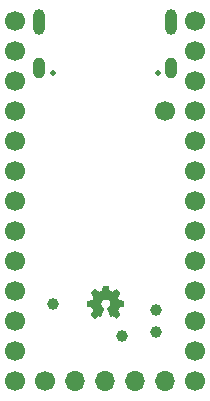
<source format=gbr>
%TF.GenerationSoftware,KiCad,Pcbnew,6.0.3-a3aad9c10e~116~ubuntu20.04.1*%
%TF.CreationDate,2022-03-24T21:59:22+11:00*%
%TF.ProjectId,sea-picro,7365612d-7069-4637-926f-2e6b69636164,0.2*%
%TF.SameCoordinates,Original*%
%TF.FileFunction,Soldermask,Bot*%
%TF.FilePolarity,Negative*%
%FSLAX46Y46*%
G04 Gerber Fmt 4.6, Leading zero omitted, Abs format (unit mm)*
G04 Created by KiCad (PCBNEW 6.0.3-a3aad9c10e~116~ubuntu20.04.1) date 2022-03-24 21:59:22*
%MOMM*%
%LPD*%
G01*
G04 APERTURE LIST*
%ADD10C,0.010000*%
%ADD11C,1.700000*%
%ADD12C,0.500000*%
%ADD13O,1.000000X2.200000*%
%ADD14O,1.000000X1.800000*%
%ADD15O,1.700000X1.700000*%
%ADD16C,1.000000*%
G04 APERTURE END LIST*
%TO.C,LOGO1*%
G36*
X126236630Y-98413250D02*
G01*
X126281361Y-98413376D01*
X126317468Y-98413657D01*
X126345841Y-98414121D01*
X126367367Y-98414801D01*
X126382937Y-98415727D01*
X126393437Y-98416928D01*
X126399758Y-98418437D01*
X126402788Y-98420283D01*
X126402950Y-98420524D01*
X126405367Y-98428012D01*
X126409324Y-98444228D01*
X126414580Y-98468028D01*
X126420896Y-98498266D01*
X126428032Y-98533799D01*
X126435748Y-98573481D01*
X126443805Y-98616168D01*
X126444622Y-98620558D01*
X126452580Y-98663135D01*
X126460042Y-98702714D01*
X126466784Y-98738129D01*
X126472580Y-98768215D01*
X126477207Y-98791805D01*
X126480440Y-98807736D01*
X126482055Y-98814840D01*
X126482872Y-98817193D01*
X126484764Y-98820708D01*
X126488214Y-98824266D01*
X126494205Y-98828340D01*
X126503719Y-98833403D01*
X126517736Y-98839926D01*
X126537240Y-98848382D01*
X126563212Y-98859243D01*
X126596634Y-98872981D01*
X126638488Y-98890068D01*
X126662123Y-98899677D01*
X126695627Y-98913124D01*
X126721529Y-98923187D01*
X126740932Y-98930234D01*
X126754941Y-98934631D01*
X126764661Y-98936744D01*
X126771195Y-98936941D01*
X126775648Y-98935587D01*
X126775904Y-98935446D01*
X126783185Y-98930841D01*
X126797752Y-98921211D01*
X126818605Y-98907230D01*
X126844747Y-98889573D01*
X126875178Y-98868914D01*
X126908900Y-98845928D01*
X126944914Y-98821289D01*
X126948795Y-98818631D01*
X126984474Y-98794382D01*
X127017700Y-98772122D01*
X127047492Y-98752487D01*
X127072867Y-98736110D01*
X127092844Y-98723627D01*
X127106440Y-98715672D01*
X127112675Y-98712880D01*
X127116826Y-98715105D01*
X127127977Y-98724081D01*
X127145194Y-98739461D01*
X127167932Y-98760731D01*
X127195644Y-98787378D01*
X127227782Y-98818889D01*
X127263801Y-98854749D01*
X127271036Y-98862005D01*
X127306992Y-98898226D01*
X127336292Y-98928078D01*
X127359479Y-98952154D01*
X127377095Y-98971048D01*
X127389683Y-98985355D01*
X127397786Y-98995668D01*
X127401946Y-99002579D01*
X127402707Y-99006684D01*
X127402566Y-99007090D01*
X127398417Y-99014516D01*
X127389222Y-99029175D01*
X127375629Y-99050088D01*
X127358287Y-99076274D01*
X127337845Y-99106750D01*
X127314952Y-99140538D01*
X127290258Y-99176655D01*
X127286389Y-99182293D01*
X127262061Y-99217976D01*
X127239746Y-99251089D01*
X127220076Y-99280667D01*
X127203681Y-99305749D01*
X127191189Y-99325372D01*
X127183233Y-99338575D01*
X127180440Y-99344394D01*
X127182031Y-99350165D01*
X127187197Y-99364123D01*
X127195341Y-99384611D01*
X127205839Y-99410185D01*
X127218069Y-99439397D01*
X127231409Y-99470802D01*
X127245237Y-99502954D01*
X127258930Y-99534406D01*
X127271866Y-99563713D01*
X127283423Y-99589428D01*
X127292978Y-99610106D01*
X127299910Y-99624301D01*
X127303595Y-99630566D01*
X127303677Y-99630637D01*
X127310424Y-99633026D01*
X127325970Y-99636937D01*
X127349164Y-99642126D01*
X127378855Y-99648352D01*
X127413892Y-99655374D01*
X127453124Y-99662950D01*
X127495400Y-99670838D01*
X127496514Y-99671042D01*
X127538991Y-99678971D01*
X127578616Y-99686617D01*
X127614198Y-99693732D01*
X127644545Y-99700066D01*
X127668464Y-99705372D01*
X127684763Y-99709400D01*
X127692250Y-99711902D01*
X127703680Y-99718954D01*
X127703680Y-99918875D01*
X127703664Y-99948724D01*
X127703535Y-99995541D01*
X127703254Y-100033536D01*
X127702793Y-100063571D01*
X127702123Y-100086509D01*
X127701215Y-100103211D01*
X127700039Y-100114541D01*
X127698567Y-100121360D01*
X127696769Y-100124531D01*
X127691002Y-100126560D01*
X127676249Y-100130232D01*
X127653770Y-100135217D01*
X127624739Y-100141273D01*
X127590331Y-100148154D01*
X127551719Y-100155616D01*
X127510079Y-100163414D01*
X127471438Y-100170597D01*
X127432191Y-100178018D01*
X127396909Y-100184819D01*
X127366798Y-100190762D01*
X127343064Y-100195609D01*
X127326915Y-100199121D01*
X127319556Y-100201059D01*
X127315606Y-100204485D01*
X127310167Y-100212734D01*
X127302994Y-100226551D01*
X127293724Y-100246727D01*
X127281995Y-100274051D01*
X127267443Y-100309314D01*
X127249706Y-100353307D01*
X127242700Y-100370874D01*
X127228688Y-100406333D01*
X127216198Y-100438385D01*
X127205686Y-100465826D01*
X127197610Y-100487455D01*
X127192429Y-100502070D01*
X127190600Y-100508469D01*
X127192819Y-100513237D01*
X127200215Y-100525605D01*
X127212169Y-100544428D01*
X127228027Y-100568706D01*
X127247135Y-100597438D01*
X127268839Y-100629625D01*
X127292485Y-100664266D01*
X127295031Y-100667973D01*
X127323004Y-100708721D01*
X127345788Y-100741980D01*
X127363895Y-100768575D01*
X127377835Y-100789330D01*
X127388121Y-100805072D01*
X127395263Y-100816624D01*
X127399774Y-100824812D01*
X127402165Y-100830460D01*
X127402948Y-100834393D01*
X127402633Y-100837436D01*
X127401734Y-100840413D01*
X127401499Y-100840896D01*
X127396153Y-100847552D01*
X127384527Y-100860363D01*
X127367423Y-100878494D01*
X127345643Y-100901112D01*
X127319990Y-100927382D01*
X127291264Y-100956470D01*
X127260269Y-100987541D01*
X127254191Y-100993597D01*
X127223432Y-101024006D01*
X127194852Y-101051880D01*
X127169279Y-101076437D01*
X127147540Y-101096897D01*
X127130465Y-101112478D01*
X127118879Y-101122399D01*
X127113613Y-101125880D01*
X127111286Y-101125480D01*
X127106181Y-101123388D01*
X127098261Y-101119097D01*
X127086837Y-101112155D01*
X127071219Y-101102109D01*
X127050719Y-101088506D01*
X127024648Y-101070892D01*
X126992318Y-101048815D01*
X126953038Y-101021822D01*
X126906120Y-100989461D01*
X126888759Y-100977551D01*
X126861494Y-100959184D01*
X126837291Y-100943286D01*
X126817462Y-100930700D01*
X126803320Y-100922269D01*
X126796178Y-100918837D01*
X126788125Y-100920007D01*
X126771684Y-100926189D01*
X126748166Y-100937192D01*
X126718358Y-100952672D01*
X126707530Y-100958437D01*
X126684210Y-100970387D01*
X126664255Y-100979995D01*
X126649502Y-100986394D01*
X126641789Y-100988720D01*
X126634980Y-100986716D01*
X126626747Y-100978609D01*
X126625681Y-100976309D01*
X126620898Y-100965249D01*
X126612747Y-100946026D01*
X126601558Y-100919433D01*
X126587666Y-100886268D01*
X126571401Y-100847325D01*
X126553097Y-100803399D01*
X126533086Y-100755286D01*
X126511700Y-100703781D01*
X126489272Y-100649679D01*
X126465834Y-100592901D01*
X126442154Y-100535085D01*
X126421047Y-100483043D01*
X126402713Y-100437287D01*
X126387353Y-100398326D01*
X126375168Y-100366671D01*
X126366359Y-100342833D01*
X126361128Y-100327322D01*
X126359675Y-100320648D01*
X126360128Y-100319264D01*
X126367168Y-100309785D01*
X126378861Y-100300883D01*
X126381486Y-100299354D01*
X126402977Y-100285368D01*
X126428252Y-100267052D01*
X126454238Y-100246791D01*
X126477860Y-100226971D01*
X126496045Y-100209975D01*
X126536584Y-100161687D01*
X126569312Y-100107510D01*
X126593008Y-100049065D01*
X126607414Y-99986989D01*
X126612273Y-99921920D01*
X126610140Y-99873443D01*
X126602766Y-99827726D01*
X126589244Y-99783357D01*
X126568671Y-99736500D01*
X126558799Y-99717707D01*
X126523146Y-99663933D01*
X126480031Y-99616763D01*
X126430039Y-99576690D01*
X126373754Y-99544205D01*
X126311760Y-99519802D01*
X126304222Y-99517516D01*
X126288123Y-99513357D01*
X126271907Y-99510578D01*
X126253064Y-99508916D01*
X126229085Y-99508110D01*
X126197460Y-99507900D01*
X126182407Y-99507935D01*
X126154503Y-99508373D01*
X126133146Y-99509519D01*
X126115835Y-99511632D01*
X126100067Y-99514974D01*
X126083340Y-99519807D01*
X126054646Y-99529755D01*
X125995192Y-99557422D01*
X125941983Y-99592833D01*
X125894336Y-99636411D01*
X125891273Y-99639692D01*
X125851441Y-99689891D01*
X125820244Y-99744342D01*
X125797837Y-99802019D01*
X125784377Y-99861898D01*
X125780021Y-99922953D01*
X125784924Y-99984158D01*
X125799244Y-100044488D01*
X125823137Y-100102918D01*
X125833806Y-100123247D01*
X125855568Y-100158997D01*
X125879797Y-100190682D01*
X125908247Y-100220231D01*
X125942673Y-100249570D01*
X125984827Y-100280629D01*
X126000766Y-100292102D01*
X126017277Y-100304827D01*
X126029051Y-100314897D01*
X126034240Y-100320809D01*
X126033636Y-100324031D01*
X126029648Y-100336060D01*
X126022264Y-100356143D01*
X126011788Y-100383510D01*
X125998527Y-100417386D01*
X125982787Y-100456998D01*
X125964872Y-100501575D01*
X125945089Y-100550342D01*
X125923743Y-100602528D01*
X125901140Y-100657359D01*
X125896546Y-100668459D01*
X125870380Y-100731582D01*
X125847728Y-100786012D01*
X125828316Y-100832365D01*
X125811871Y-100871257D01*
X125798116Y-100903305D01*
X125786780Y-100929125D01*
X125777586Y-100949334D01*
X125770262Y-100964547D01*
X125764533Y-100975381D01*
X125760126Y-100982452D01*
X125756765Y-100986377D01*
X125754177Y-100987771D01*
X125752544Y-100987744D01*
X125741828Y-100984622D01*
X125724486Y-100977375D01*
X125702200Y-100966747D01*
X125676650Y-100953481D01*
X125666009Y-100947810D01*
X125642843Y-100935890D01*
X125623106Y-100926305D01*
X125608614Y-100919920D01*
X125601188Y-100917600D01*
X125595473Y-100920183D01*
X125582304Y-100927942D01*
X125562753Y-100940232D01*
X125537821Y-100956405D01*
X125508507Y-100975813D01*
X125475808Y-100997807D01*
X125440726Y-101021740D01*
X125406902Y-101044834D01*
X125374186Y-101066900D01*
X125344853Y-101086406D01*
X125319898Y-101102705D01*
X125300310Y-101115148D01*
X125287083Y-101123089D01*
X125281208Y-101125880D01*
X125280906Y-101125834D01*
X125274529Y-101121554D01*
X125262190Y-101110985D01*
X125244838Y-101095081D01*
X125223422Y-101074792D01*
X125198891Y-101051071D01*
X125172193Y-101024870D01*
X125144277Y-100997142D01*
X125116092Y-100968838D01*
X125088586Y-100940912D01*
X125062710Y-100914314D01*
X125039410Y-100889997D01*
X125019637Y-100868914D01*
X125004338Y-100852017D01*
X124994463Y-100840258D01*
X124990960Y-100834588D01*
X124993617Y-100828568D01*
X125001442Y-100815130D01*
X125013791Y-100795331D01*
X125030018Y-100770174D01*
X125049474Y-100740662D01*
X125071513Y-100707797D01*
X125095488Y-100672582D01*
X125119052Y-100638151D01*
X125141303Y-100605498D01*
X125161094Y-100576312D01*
X125177764Y-100551573D01*
X125190652Y-100532262D01*
X125199099Y-100519358D01*
X125202444Y-100513842D01*
X125202380Y-100511987D01*
X125199592Y-100501771D01*
X125193631Y-100484233D01*
X125185054Y-100460763D01*
X125174420Y-100432747D01*
X125162288Y-100401575D01*
X125149215Y-100368634D01*
X125135760Y-100335313D01*
X125122481Y-100303000D01*
X125109937Y-100273082D01*
X125098686Y-100246948D01*
X125089286Y-100225987D01*
X125082296Y-100211585D01*
X125078274Y-100205133D01*
X125074751Y-100203525D01*
X125061646Y-100199758D01*
X125040063Y-100194611D01*
X125010938Y-100188286D01*
X124975202Y-100180981D01*
X124933790Y-100172897D01*
X124887635Y-100164236D01*
X124846530Y-100156543D01*
X124807550Y-100149013D01*
X124772729Y-100142050D01*
X124743235Y-100135898D01*
X124720237Y-100130799D01*
X124704905Y-100126999D01*
X124698405Y-100124741D01*
X124696954Y-100122699D01*
X124695361Y-100117303D01*
X124694084Y-100107996D01*
X124693092Y-100093884D01*
X124692353Y-100074077D01*
X124691838Y-100047680D01*
X124691514Y-100013801D01*
X124691351Y-99971548D01*
X124691318Y-99920027D01*
X124691329Y-99909159D01*
X124691497Y-99865663D01*
X124691849Y-99825514D01*
X124692362Y-99789847D01*
X124693011Y-99759798D01*
X124693775Y-99736503D01*
X124694628Y-99721096D01*
X124695549Y-99714714D01*
X124698415Y-99713184D01*
X124710603Y-99709544D01*
X124731582Y-99704463D01*
X124760610Y-99698102D01*
X124796947Y-99690621D01*
X124839854Y-99682180D01*
X124888591Y-99672940D01*
X124893243Y-99672071D01*
X124935764Y-99664044D01*
X124975233Y-99656439D01*
X125010492Y-99649491D01*
X125040384Y-99643434D01*
X125063752Y-99638502D01*
X125079440Y-99634928D01*
X125086290Y-99632948D01*
X125086757Y-99632592D01*
X125091654Y-99625265D01*
X125099825Y-99609772D01*
X125110769Y-99587168D01*
X125123989Y-99558510D01*
X125138982Y-99524852D01*
X125155251Y-99487252D01*
X125163610Y-99467619D01*
X125179509Y-99429867D01*
X125191759Y-99400007D01*
X125200708Y-99377084D01*
X125206701Y-99360143D01*
X125210088Y-99348231D01*
X125211216Y-99340391D01*
X125210432Y-99335670D01*
X125210374Y-99335550D01*
X125206193Y-99328692D01*
X125196940Y-99314521D01*
X125183292Y-99294038D01*
X125165920Y-99268244D01*
X125145501Y-99238139D01*
X125122706Y-99204726D01*
X125098212Y-99169005D01*
X125096659Y-99166745D01*
X125072453Y-99131269D01*
X125050217Y-99098226D01*
X125030590Y-99068598D01*
X125014211Y-99043372D01*
X125001721Y-99023530D01*
X124993757Y-99010058D01*
X124990960Y-99003938D01*
X124991001Y-99003651D01*
X124995226Y-98997246D01*
X125005739Y-98984864D01*
X125021588Y-98967458D01*
X125041822Y-98945978D01*
X125065492Y-98921376D01*
X125091645Y-98894603D01*
X125119331Y-98866609D01*
X125147600Y-98838347D01*
X125175500Y-98810767D01*
X125202081Y-98784820D01*
X125226391Y-98761458D01*
X125247480Y-98741632D01*
X125264398Y-98726292D01*
X125276193Y-98716391D01*
X125281914Y-98712879D01*
X125282599Y-98713028D01*
X125290444Y-98717059D01*
X125305451Y-98726126D01*
X125326661Y-98739606D01*
X125353114Y-98756874D01*
X125383852Y-98777306D01*
X125417915Y-98800277D01*
X125454344Y-98825162D01*
X125463014Y-98831119D01*
X125498820Y-98855669D01*
X125531886Y-98878260D01*
X125561276Y-98898257D01*
X125586052Y-98915025D01*
X125605276Y-98927928D01*
X125618012Y-98936333D01*
X125623322Y-98939605D01*
X125623329Y-98939607D01*
X125629206Y-98938242D01*
X125643001Y-98933508D01*
X125663279Y-98925983D01*
X125688608Y-98916248D01*
X125717553Y-98904882D01*
X125748680Y-98892466D01*
X125780554Y-98879578D01*
X125811742Y-98866800D01*
X125840810Y-98854710D01*
X125866324Y-98843889D01*
X125886849Y-98834916D01*
X125900952Y-98828371D01*
X125907198Y-98824834D01*
X125907628Y-98824000D01*
X125910103Y-98815177D01*
X125914102Y-98797798D01*
X125919401Y-98772957D01*
X125925775Y-98741748D01*
X125932999Y-98705265D01*
X125940849Y-98664601D01*
X125949099Y-98620850D01*
X125956953Y-98579237D01*
X125965821Y-98533644D01*
X125973732Y-98494573D01*
X125980534Y-98462721D01*
X125986078Y-98438787D01*
X125990213Y-98423471D01*
X125992790Y-98417471D01*
X125993443Y-98417244D01*
X126002107Y-98416337D01*
X126019522Y-98415502D01*
X126044552Y-98414763D01*
X126076061Y-98414144D01*
X126112914Y-98413668D01*
X126153975Y-98413358D01*
X126198108Y-98413237D01*
X126236630Y-98413250D01*
G37*
D10*
X126236630Y-98413250D02*
X126281361Y-98413376D01*
X126317468Y-98413657D01*
X126345841Y-98414121D01*
X126367367Y-98414801D01*
X126382937Y-98415727D01*
X126393437Y-98416928D01*
X126399758Y-98418437D01*
X126402788Y-98420283D01*
X126402950Y-98420524D01*
X126405367Y-98428012D01*
X126409324Y-98444228D01*
X126414580Y-98468028D01*
X126420896Y-98498266D01*
X126428032Y-98533799D01*
X126435748Y-98573481D01*
X126443805Y-98616168D01*
X126444622Y-98620558D01*
X126452580Y-98663135D01*
X126460042Y-98702714D01*
X126466784Y-98738129D01*
X126472580Y-98768215D01*
X126477207Y-98791805D01*
X126480440Y-98807736D01*
X126482055Y-98814840D01*
X126482872Y-98817193D01*
X126484764Y-98820708D01*
X126488214Y-98824266D01*
X126494205Y-98828340D01*
X126503719Y-98833403D01*
X126517736Y-98839926D01*
X126537240Y-98848382D01*
X126563212Y-98859243D01*
X126596634Y-98872981D01*
X126638488Y-98890068D01*
X126662123Y-98899677D01*
X126695627Y-98913124D01*
X126721529Y-98923187D01*
X126740932Y-98930234D01*
X126754941Y-98934631D01*
X126764661Y-98936744D01*
X126771195Y-98936941D01*
X126775648Y-98935587D01*
X126775904Y-98935446D01*
X126783185Y-98930841D01*
X126797752Y-98921211D01*
X126818605Y-98907230D01*
X126844747Y-98889573D01*
X126875178Y-98868914D01*
X126908900Y-98845928D01*
X126944914Y-98821289D01*
X126948795Y-98818631D01*
X126984474Y-98794382D01*
X127017700Y-98772122D01*
X127047492Y-98752487D01*
X127072867Y-98736110D01*
X127092844Y-98723627D01*
X127106440Y-98715672D01*
X127112675Y-98712880D01*
X127116826Y-98715105D01*
X127127977Y-98724081D01*
X127145194Y-98739461D01*
X127167932Y-98760731D01*
X127195644Y-98787378D01*
X127227782Y-98818889D01*
X127263801Y-98854749D01*
X127271036Y-98862005D01*
X127306992Y-98898226D01*
X127336292Y-98928078D01*
X127359479Y-98952154D01*
X127377095Y-98971048D01*
X127389683Y-98985355D01*
X127397786Y-98995668D01*
X127401946Y-99002579D01*
X127402707Y-99006684D01*
X127402566Y-99007090D01*
X127398417Y-99014516D01*
X127389222Y-99029175D01*
X127375629Y-99050088D01*
X127358287Y-99076274D01*
X127337845Y-99106750D01*
X127314952Y-99140538D01*
X127290258Y-99176655D01*
X127286389Y-99182293D01*
X127262061Y-99217976D01*
X127239746Y-99251089D01*
X127220076Y-99280667D01*
X127203681Y-99305749D01*
X127191189Y-99325372D01*
X127183233Y-99338575D01*
X127180440Y-99344394D01*
X127182031Y-99350165D01*
X127187197Y-99364123D01*
X127195341Y-99384611D01*
X127205839Y-99410185D01*
X127218069Y-99439397D01*
X127231409Y-99470802D01*
X127245237Y-99502954D01*
X127258930Y-99534406D01*
X127271866Y-99563713D01*
X127283423Y-99589428D01*
X127292978Y-99610106D01*
X127299910Y-99624301D01*
X127303595Y-99630566D01*
X127303677Y-99630637D01*
X127310424Y-99633026D01*
X127325970Y-99636937D01*
X127349164Y-99642126D01*
X127378855Y-99648352D01*
X127413892Y-99655374D01*
X127453124Y-99662950D01*
X127495400Y-99670838D01*
X127496514Y-99671042D01*
X127538991Y-99678971D01*
X127578616Y-99686617D01*
X127614198Y-99693732D01*
X127644545Y-99700066D01*
X127668464Y-99705372D01*
X127684763Y-99709400D01*
X127692250Y-99711902D01*
X127703680Y-99718954D01*
X127703680Y-99918875D01*
X127703664Y-99948724D01*
X127703535Y-99995541D01*
X127703254Y-100033536D01*
X127702793Y-100063571D01*
X127702123Y-100086509D01*
X127701215Y-100103211D01*
X127700039Y-100114541D01*
X127698567Y-100121360D01*
X127696769Y-100124531D01*
X127691002Y-100126560D01*
X127676249Y-100130232D01*
X127653770Y-100135217D01*
X127624739Y-100141273D01*
X127590331Y-100148154D01*
X127551719Y-100155616D01*
X127510079Y-100163414D01*
X127471438Y-100170597D01*
X127432191Y-100178018D01*
X127396909Y-100184819D01*
X127366798Y-100190762D01*
X127343064Y-100195609D01*
X127326915Y-100199121D01*
X127319556Y-100201059D01*
X127315606Y-100204485D01*
X127310167Y-100212734D01*
X127302994Y-100226551D01*
X127293724Y-100246727D01*
X127281995Y-100274051D01*
X127267443Y-100309314D01*
X127249706Y-100353307D01*
X127242700Y-100370874D01*
X127228688Y-100406333D01*
X127216198Y-100438385D01*
X127205686Y-100465826D01*
X127197610Y-100487455D01*
X127192429Y-100502070D01*
X127190600Y-100508469D01*
X127192819Y-100513237D01*
X127200215Y-100525605D01*
X127212169Y-100544428D01*
X127228027Y-100568706D01*
X127247135Y-100597438D01*
X127268839Y-100629625D01*
X127292485Y-100664266D01*
X127295031Y-100667973D01*
X127323004Y-100708721D01*
X127345788Y-100741980D01*
X127363895Y-100768575D01*
X127377835Y-100789330D01*
X127388121Y-100805072D01*
X127395263Y-100816624D01*
X127399774Y-100824812D01*
X127402165Y-100830460D01*
X127402948Y-100834393D01*
X127402633Y-100837436D01*
X127401734Y-100840413D01*
X127401499Y-100840896D01*
X127396153Y-100847552D01*
X127384527Y-100860363D01*
X127367423Y-100878494D01*
X127345643Y-100901112D01*
X127319990Y-100927382D01*
X127291264Y-100956470D01*
X127260269Y-100987541D01*
X127254191Y-100993597D01*
X127223432Y-101024006D01*
X127194852Y-101051880D01*
X127169279Y-101076437D01*
X127147540Y-101096897D01*
X127130465Y-101112478D01*
X127118879Y-101122399D01*
X127113613Y-101125880D01*
X127111286Y-101125480D01*
X127106181Y-101123388D01*
X127098261Y-101119097D01*
X127086837Y-101112155D01*
X127071219Y-101102109D01*
X127050719Y-101088506D01*
X127024648Y-101070892D01*
X126992318Y-101048815D01*
X126953038Y-101021822D01*
X126906120Y-100989461D01*
X126888759Y-100977551D01*
X126861494Y-100959184D01*
X126837291Y-100943286D01*
X126817462Y-100930700D01*
X126803320Y-100922269D01*
X126796178Y-100918837D01*
X126788125Y-100920007D01*
X126771684Y-100926189D01*
X126748166Y-100937192D01*
X126718358Y-100952672D01*
X126707530Y-100958437D01*
X126684210Y-100970387D01*
X126664255Y-100979995D01*
X126649502Y-100986394D01*
X126641789Y-100988720D01*
X126634980Y-100986716D01*
X126626747Y-100978609D01*
X126625681Y-100976309D01*
X126620898Y-100965249D01*
X126612747Y-100946026D01*
X126601558Y-100919433D01*
X126587666Y-100886268D01*
X126571401Y-100847325D01*
X126553097Y-100803399D01*
X126533086Y-100755286D01*
X126511700Y-100703781D01*
X126489272Y-100649679D01*
X126465834Y-100592901D01*
X126442154Y-100535085D01*
X126421047Y-100483043D01*
X126402713Y-100437287D01*
X126387353Y-100398326D01*
X126375168Y-100366671D01*
X126366359Y-100342833D01*
X126361128Y-100327322D01*
X126359675Y-100320648D01*
X126360128Y-100319264D01*
X126367168Y-100309785D01*
X126378861Y-100300883D01*
X126381486Y-100299354D01*
X126402977Y-100285368D01*
X126428252Y-100267052D01*
X126454238Y-100246791D01*
X126477860Y-100226971D01*
X126496045Y-100209975D01*
X126536584Y-100161687D01*
X126569312Y-100107510D01*
X126593008Y-100049065D01*
X126607414Y-99986989D01*
X126612273Y-99921920D01*
X126610140Y-99873443D01*
X126602766Y-99827726D01*
X126589244Y-99783357D01*
X126568671Y-99736500D01*
X126558799Y-99717707D01*
X126523146Y-99663933D01*
X126480031Y-99616763D01*
X126430039Y-99576690D01*
X126373754Y-99544205D01*
X126311760Y-99519802D01*
X126304222Y-99517516D01*
X126288123Y-99513357D01*
X126271907Y-99510578D01*
X126253064Y-99508916D01*
X126229085Y-99508110D01*
X126197460Y-99507900D01*
X126182407Y-99507935D01*
X126154503Y-99508373D01*
X126133146Y-99509519D01*
X126115835Y-99511632D01*
X126100067Y-99514974D01*
X126083340Y-99519807D01*
X126054646Y-99529755D01*
X125995192Y-99557422D01*
X125941983Y-99592833D01*
X125894336Y-99636411D01*
X125891273Y-99639692D01*
X125851441Y-99689891D01*
X125820244Y-99744342D01*
X125797837Y-99802019D01*
X125784377Y-99861898D01*
X125780021Y-99922953D01*
X125784924Y-99984158D01*
X125799244Y-100044488D01*
X125823137Y-100102918D01*
X125833806Y-100123247D01*
X125855568Y-100158997D01*
X125879797Y-100190682D01*
X125908247Y-100220231D01*
X125942673Y-100249570D01*
X125984827Y-100280629D01*
X126000766Y-100292102D01*
X126017277Y-100304827D01*
X126029051Y-100314897D01*
X126034240Y-100320809D01*
X126033636Y-100324031D01*
X126029648Y-100336060D01*
X126022264Y-100356143D01*
X126011788Y-100383510D01*
X125998527Y-100417386D01*
X125982787Y-100456998D01*
X125964872Y-100501575D01*
X125945089Y-100550342D01*
X125923743Y-100602528D01*
X125901140Y-100657359D01*
X125896546Y-100668459D01*
X125870380Y-100731582D01*
X125847728Y-100786012D01*
X125828316Y-100832365D01*
X125811871Y-100871257D01*
X125798116Y-100903305D01*
X125786780Y-100929125D01*
X125777586Y-100949334D01*
X125770262Y-100964547D01*
X125764533Y-100975381D01*
X125760126Y-100982452D01*
X125756765Y-100986377D01*
X125754177Y-100987771D01*
X125752544Y-100987744D01*
X125741828Y-100984622D01*
X125724486Y-100977375D01*
X125702200Y-100966747D01*
X125676650Y-100953481D01*
X125666009Y-100947810D01*
X125642843Y-100935890D01*
X125623106Y-100926305D01*
X125608614Y-100919920D01*
X125601188Y-100917600D01*
X125595473Y-100920183D01*
X125582304Y-100927942D01*
X125562753Y-100940232D01*
X125537821Y-100956405D01*
X125508507Y-100975813D01*
X125475808Y-100997807D01*
X125440726Y-101021740D01*
X125406902Y-101044834D01*
X125374186Y-101066900D01*
X125344853Y-101086406D01*
X125319898Y-101102705D01*
X125300310Y-101115148D01*
X125287083Y-101123089D01*
X125281208Y-101125880D01*
X125280906Y-101125834D01*
X125274529Y-101121554D01*
X125262190Y-101110985D01*
X125244838Y-101095081D01*
X125223422Y-101074792D01*
X125198891Y-101051071D01*
X125172193Y-101024870D01*
X125144277Y-100997142D01*
X125116092Y-100968838D01*
X125088586Y-100940912D01*
X125062710Y-100914314D01*
X125039410Y-100889997D01*
X125019637Y-100868914D01*
X125004338Y-100852017D01*
X124994463Y-100840258D01*
X124990960Y-100834588D01*
X124993617Y-100828568D01*
X125001442Y-100815130D01*
X125013791Y-100795331D01*
X125030018Y-100770174D01*
X125049474Y-100740662D01*
X125071513Y-100707797D01*
X125095488Y-100672582D01*
X125119052Y-100638151D01*
X125141303Y-100605498D01*
X125161094Y-100576312D01*
X125177764Y-100551573D01*
X125190652Y-100532262D01*
X125199099Y-100519358D01*
X125202444Y-100513842D01*
X125202380Y-100511987D01*
X125199592Y-100501771D01*
X125193631Y-100484233D01*
X125185054Y-100460763D01*
X125174420Y-100432747D01*
X125162288Y-100401575D01*
X125149215Y-100368634D01*
X125135760Y-100335313D01*
X125122481Y-100303000D01*
X125109937Y-100273082D01*
X125098686Y-100246948D01*
X125089286Y-100225987D01*
X125082296Y-100211585D01*
X125078274Y-100205133D01*
X125074751Y-100203525D01*
X125061646Y-100199758D01*
X125040063Y-100194611D01*
X125010938Y-100188286D01*
X124975202Y-100180981D01*
X124933790Y-100172897D01*
X124887635Y-100164236D01*
X124846530Y-100156543D01*
X124807550Y-100149013D01*
X124772729Y-100142050D01*
X124743235Y-100135898D01*
X124720237Y-100130799D01*
X124704905Y-100126999D01*
X124698405Y-100124741D01*
X124696954Y-100122699D01*
X124695361Y-100117303D01*
X124694084Y-100107996D01*
X124693092Y-100093884D01*
X124692353Y-100074077D01*
X124691838Y-100047680D01*
X124691514Y-100013801D01*
X124691351Y-99971548D01*
X124691318Y-99920027D01*
X124691329Y-99909159D01*
X124691497Y-99865663D01*
X124691849Y-99825514D01*
X124692362Y-99789847D01*
X124693011Y-99759798D01*
X124693775Y-99736503D01*
X124694628Y-99721096D01*
X124695549Y-99714714D01*
X124698415Y-99713184D01*
X124710603Y-99709544D01*
X124731582Y-99704463D01*
X124760610Y-99698102D01*
X124796947Y-99690621D01*
X124839854Y-99682180D01*
X124888591Y-99672940D01*
X124893243Y-99672071D01*
X124935764Y-99664044D01*
X124975233Y-99656439D01*
X125010492Y-99649491D01*
X125040384Y-99643434D01*
X125063752Y-99638502D01*
X125079440Y-99634928D01*
X125086290Y-99632948D01*
X125086757Y-99632592D01*
X125091654Y-99625265D01*
X125099825Y-99609772D01*
X125110769Y-99587168D01*
X125123989Y-99558510D01*
X125138982Y-99524852D01*
X125155251Y-99487252D01*
X125163610Y-99467619D01*
X125179509Y-99429867D01*
X125191759Y-99400007D01*
X125200708Y-99377084D01*
X125206701Y-99360143D01*
X125210088Y-99348231D01*
X125211216Y-99340391D01*
X125210432Y-99335670D01*
X125210374Y-99335550D01*
X125206193Y-99328692D01*
X125196940Y-99314521D01*
X125183292Y-99294038D01*
X125165920Y-99268244D01*
X125145501Y-99238139D01*
X125122706Y-99204726D01*
X125098212Y-99169005D01*
X125096659Y-99166745D01*
X125072453Y-99131269D01*
X125050217Y-99098226D01*
X125030590Y-99068598D01*
X125014211Y-99043372D01*
X125001721Y-99023530D01*
X124993757Y-99010058D01*
X124990960Y-99003938D01*
X124991001Y-99003651D01*
X124995226Y-98997246D01*
X125005739Y-98984864D01*
X125021588Y-98967458D01*
X125041822Y-98945978D01*
X125065492Y-98921376D01*
X125091645Y-98894603D01*
X125119331Y-98866609D01*
X125147600Y-98838347D01*
X125175500Y-98810767D01*
X125202081Y-98784820D01*
X125226391Y-98761458D01*
X125247480Y-98741632D01*
X125264398Y-98726292D01*
X125276193Y-98716391D01*
X125281914Y-98712879D01*
X125282599Y-98713028D01*
X125290444Y-98717059D01*
X125305451Y-98726126D01*
X125326661Y-98739606D01*
X125353114Y-98756874D01*
X125383852Y-98777306D01*
X125417915Y-98800277D01*
X125454344Y-98825162D01*
X125463014Y-98831119D01*
X125498820Y-98855669D01*
X125531886Y-98878260D01*
X125561276Y-98898257D01*
X125586052Y-98915025D01*
X125605276Y-98927928D01*
X125618012Y-98936333D01*
X125623322Y-98939605D01*
X125623329Y-98939607D01*
X125629206Y-98938242D01*
X125643001Y-98933508D01*
X125663279Y-98925983D01*
X125688608Y-98916248D01*
X125717553Y-98904882D01*
X125748680Y-98892466D01*
X125780554Y-98879578D01*
X125811742Y-98866800D01*
X125840810Y-98854710D01*
X125866324Y-98843889D01*
X125886849Y-98834916D01*
X125900952Y-98828371D01*
X125907198Y-98824834D01*
X125907628Y-98824000D01*
X125910103Y-98815177D01*
X125914102Y-98797798D01*
X125919401Y-98772957D01*
X125925775Y-98741748D01*
X125932999Y-98705265D01*
X125940849Y-98664601D01*
X125949099Y-98620850D01*
X125956953Y-98579237D01*
X125965821Y-98533644D01*
X125973732Y-98494573D01*
X125980534Y-98462721D01*
X125986078Y-98438787D01*
X125990213Y-98423471D01*
X125992790Y-98417471D01*
X125993443Y-98417244D01*
X126002107Y-98416337D01*
X126019522Y-98415502D01*
X126044552Y-98414763D01*
X126076061Y-98414144D01*
X126112914Y-98413668D01*
X126153975Y-98413358D01*
X126198108Y-98413237D01*
X126236630Y-98413250D01*
%TD*%
D11*
%TO.C,J3*%
X133800000Y-78580000D03*
X133800000Y-81120000D03*
X133800000Y-83660000D03*
X133800000Y-86200000D03*
X133800000Y-88740000D03*
X133800000Y-91280000D03*
X133800000Y-93820000D03*
X133800000Y-96360000D03*
X133800000Y-98900000D03*
X133800000Y-101440000D03*
X133800000Y-103980000D03*
X133800000Y-106520000D03*
%TD*%
%TO.C,J2*%
X118560000Y-106520000D03*
X118560000Y-103980000D03*
X118560000Y-101440000D03*
X118560000Y-98900000D03*
X118560000Y-96360000D03*
X118560000Y-93820000D03*
X118560000Y-91280000D03*
X118560000Y-88740000D03*
X118560000Y-86200000D03*
X118560000Y-83660000D03*
X118560000Y-81120000D03*
X118560000Y-78580000D03*
%TD*%
D12*
%TO.C,J1*%
X121775000Y-80400000D03*
X130625000Y-80400000D03*
D13*
X120624700Y-76100000D03*
X131775300Y-76100000D03*
D14*
X120624700Y-80000000D03*
X131775300Y-80000000D03*
%TD*%
D11*
%TO.C,J6*%
X121100000Y-106520000D03*
D15*
X123640000Y-106520000D03*
X126180000Y-106520000D03*
X128720000Y-106520000D03*
X131260000Y-106520000D03*
%TD*%
D11*
%TO.C,J4*%
X118560000Y-76040000D03*
%TD*%
%TO.C,J7*%
X131260000Y-83660000D03*
%TD*%
%TO.C,J5*%
X133800000Y-76040000D03*
%TD*%
D16*
%TO.C,TP2*%
X130500000Y-100500000D03*
%TD*%
%TO.C,TP1*%
X121800000Y-100000000D03*
%TD*%
%TO.C,TP3*%
X127650000Y-102700000D03*
%TD*%
%TO.C,TP4*%
X130500000Y-102300000D03*
%TD*%
M02*

</source>
